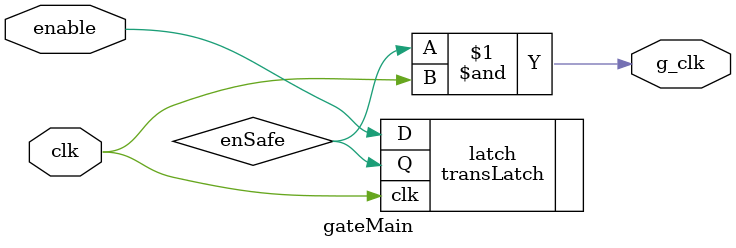
<source format=v>
`timescale 1ns / 1ps


module gateMain(
    input clk, enable,
    output g_clk
    );
    wire enSafe;
    transLatch latch(.clk(clk), .D(enable), .Q(enSafe));
    and and1(g_clk, enSafe, clk);
endmodule

</source>
